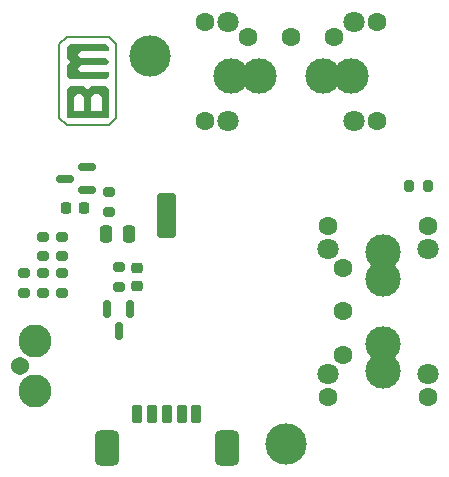
<source format=gbr>
%TF.GenerationSoftware,KiCad,Pcbnew,8.0.5*%
%TF.CreationDate,2024-10-04T18:34:43+02:00*%
%TF.ProjectId,BatteryCharger,42617474-6572-4794-9368-61726765722e,rev?*%
%TF.SameCoordinates,Original*%
%TF.FileFunction,Soldermask,Bot*%
%TF.FilePolarity,Negative*%
%FSLAX46Y46*%
G04 Gerber Fmt 4.6, Leading zero omitted, Abs format (unit mm)*
G04 Created by KiCad (PCBNEW 8.0.5) date 2024-10-04 18:34:43*
%MOMM*%
%LPD*%
G01*
G04 APERTURE LIST*
G04 Aperture macros list*
%AMRoundRect*
0 Rectangle with rounded corners*
0 $1 Rounding radius*
0 $2 $3 $4 $5 $6 $7 $8 $9 X,Y pos of 4 corners*
0 Add a 4 corners polygon primitive as box body*
4,1,4,$2,$3,$4,$5,$6,$7,$8,$9,$2,$3,0*
0 Add four circle primitives for the rounded corners*
1,1,$1+$1,$2,$3*
1,1,$1+$1,$4,$5*
1,1,$1+$1,$6,$7*
1,1,$1+$1,$8,$9*
0 Add four rect primitives between the rounded corners*
20,1,$1+$1,$2,$3,$4,$5,0*
20,1,$1+$1,$4,$5,$6,$7,0*
20,1,$1+$1,$6,$7,$8,$9,0*
20,1,$1+$1,$8,$9,$2,$3,0*%
G04 Aperture macros list end*
%ADD10C,0.500000*%
%ADD11C,0.150000*%
%ADD12C,0.000000*%
%ADD13C,3.500000*%
%ADD14RoundRect,0.225000X-0.250000X0.225000X-0.250000X-0.225000X0.250000X-0.225000X0.250000X0.225000X0*%
%ADD15RoundRect,0.250000X0.250000X0.475000X-0.250000X0.475000X-0.250000X-0.475000X0.250000X-0.475000X0*%
%ADD16RoundRect,0.225000X0.225000X0.250000X-0.225000X0.250000X-0.225000X-0.250000X0.225000X-0.250000X0*%
%ADD17RoundRect,0.150000X-0.150000X0.587500X-0.150000X-0.587500X0.150000X-0.587500X0.150000X0.587500X0*%
%ADD18C,1.600000*%
%ADD19C,1.800000*%
%ADD20C,3.000000*%
%ADD21C,1.540000*%
%ADD22C,2.800000*%
%ADD23RoundRect,0.200000X0.200000X0.600000X-0.200000X0.600000X-0.200000X-0.600000X0.200000X-0.600000X0*%
%ADD24RoundRect,0.525000X0.525000X0.975000X-0.525000X0.975000X-0.525000X-0.975000X0.525000X-0.975000X0*%
%ADD25RoundRect,0.200000X0.275000X-0.200000X0.275000X0.200000X-0.275000X0.200000X-0.275000X-0.200000X0*%
%ADD26RoundRect,0.200000X-0.275000X0.200000X-0.275000X-0.200000X0.275000X-0.200000X0.275000X0.200000X0*%
%ADD27RoundRect,0.200000X-0.200000X-0.275000X0.200000X-0.275000X0.200000X0.275000X-0.200000X0.275000X0*%
%ADD28RoundRect,0.150000X0.587500X0.150000X-0.587500X0.150000X-0.587500X-0.150000X0.587500X-0.150000X0*%
G04 APERTURE END LIST*
D10*
X145300000Y-96500000D02*
X146400000Y-96500000D01*
X146400000Y-99800000D01*
X145300000Y-99800000D01*
X145300000Y-96500000D01*
G36*
X145300000Y-96500000D02*
G01*
X146400000Y-96500000D01*
X146400000Y-99800000D01*
X145300000Y-99800000D01*
X145300000Y-96500000D01*
G37*
D11*
%TO.C,REF\u002A\u002A*%
X141600000Y-83650000D02*
X141600000Y-89950000D01*
X141000000Y-90550000D01*
X137400000Y-90550000D01*
X136800000Y-89950000D01*
X136800000Y-83650000D01*
X137400000Y-83050000D01*
X141000000Y-83050000D01*
X141600000Y-83650000D01*
D12*
G36*
X141000000Y-87550000D02*
G01*
X141000000Y-89950000D01*
X139500000Y-89950000D01*
X139500000Y-89350000D01*
X140400000Y-89350000D01*
X140400000Y-88150000D01*
X140100000Y-87850000D01*
X139800000Y-87850000D01*
X139500000Y-88150000D01*
X139500000Y-87250000D01*
X140700000Y-87250000D01*
X141000000Y-87550000D01*
G37*
G36*
X139500000Y-89950000D02*
G01*
X137400000Y-89950000D01*
X137400000Y-88150000D01*
X138000000Y-88150000D01*
X138000000Y-89350000D01*
X138900000Y-89350000D01*
X138900000Y-88150000D01*
X138600000Y-87850000D01*
X138300000Y-87850000D01*
X138000000Y-88150000D01*
X137400000Y-88150000D01*
X137400000Y-87550000D01*
X137700000Y-87250000D01*
X138900000Y-87250000D01*
X139200000Y-87550000D01*
X139500000Y-87250000D01*
X139500000Y-89350000D01*
X139500000Y-89950000D01*
G37*
G36*
X141000000Y-83950000D02*
G01*
X141000000Y-84250000D01*
X138600000Y-84250000D01*
X138300000Y-84550000D01*
X138600000Y-84850000D01*
X140700000Y-84850000D01*
X141000000Y-85150000D01*
X140700000Y-85450000D01*
X138600000Y-85450000D01*
X138300000Y-85750000D01*
X138600000Y-86050000D01*
X141000000Y-86050000D01*
X141000000Y-86350000D01*
X140700000Y-86650000D01*
X137700000Y-86650000D01*
X137400000Y-86350000D01*
X137400000Y-85450000D01*
X137700000Y-85150000D01*
X137400000Y-84850000D01*
X137400000Y-83950000D01*
X137700000Y-83650000D01*
X140700000Y-83650000D01*
X141000000Y-83950000D01*
G37*
%TD*%
D13*
%TO.C,J6*%
X144500000Y-84700000D03*
%TD*%
%TO.C,J5*%
X156000000Y-117500000D03*
%TD*%
D14*
%TO.C,C12*%
X143400000Y-102625000D03*
X143400000Y-104175000D03*
%TD*%
D15*
%TO.C,C2*%
X142650000Y-99700000D03*
X140750000Y-99700000D03*
%TD*%
D16*
%TO.C,C18*%
X138907500Y-97575000D03*
X137357500Y-97575000D03*
%TD*%
D17*
%TO.C,D1*%
X140850000Y-106062500D03*
X142750000Y-106062500D03*
X141800000Y-107937500D03*
%TD*%
D18*
%TO.C,J3*%
X159550000Y-113550000D03*
D19*
X159550000Y-111600000D03*
X159550000Y-101000000D03*
D18*
X159550000Y-99050000D03*
X168000000Y-113550000D03*
D19*
X168000000Y-111600000D03*
X168000000Y-101000000D03*
D18*
X168000000Y-99050000D03*
X160825000Y-102650000D03*
X160825000Y-106300000D03*
X160825000Y-109950000D03*
D20*
X164200000Y-103550000D03*
X164200000Y-101250000D03*
X164200000Y-111350000D03*
X164200000Y-109050000D03*
%TD*%
%TO.C,J1*%
X153650000Y-86400000D03*
X151350000Y-86400000D03*
X161450000Y-86400000D03*
X159150000Y-86400000D03*
D18*
X152750000Y-83025000D03*
X156400000Y-83025000D03*
X160050000Y-83025000D03*
X163650000Y-90200000D03*
D19*
X161700000Y-90200000D03*
X151100000Y-90200000D03*
D18*
X149150000Y-90200000D03*
X163650000Y-81750000D03*
D19*
X161700000Y-81750000D03*
X151100000Y-81750000D03*
D18*
X149150000Y-81750000D03*
%TD*%
D21*
%TO.C,J2*%
X133440000Y-110900000D03*
D22*
X134700000Y-113000000D03*
X134700000Y-108800000D03*
%TD*%
D23*
%TO.C,J4*%
X143400000Y-114950000D03*
X144650000Y-114950000D03*
X145900000Y-114950000D03*
X147150000Y-114950000D03*
X148400000Y-114950000D03*
D24*
X150950000Y-117850000D03*
X140850000Y-117850000D03*
%TD*%
D25*
%TO.C,R6*%
X135400000Y-104725000D03*
X135400000Y-103075000D03*
%TD*%
D26*
%TO.C,R9*%
X133800000Y-103075000D03*
X133800000Y-104725000D03*
%TD*%
%TO.C,R8*%
X135400000Y-99975000D03*
X135400000Y-101625000D03*
%TD*%
D27*
%TO.C,R4*%
X166375000Y-95700000D03*
X168025000Y-95700000D03*
%TD*%
D25*
%TO.C,R1*%
X141800000Y-104225000D03*
X141800000Y-102575000D03*
%TD*%
D26*
%TO.C,R13*%
X141000000Y-96200000D03*
X141000000Y-97850000D03*
%TD*%
%TO.C,R10*%
X137000000Y-99975000D03*
X137000000Y-101625000D03*
%TD*%
D25*
%TO.C,R12*%
X137000000Y-104725000D03*
X137000000Y-103075000D03*
%TD*%
D28*
%TO.C,U2*%
X139100000Y-94100000D03*
X139100000Y-96000000D03*
X137225000Y-95050000D03*
%TD*%
M02*

</source>
